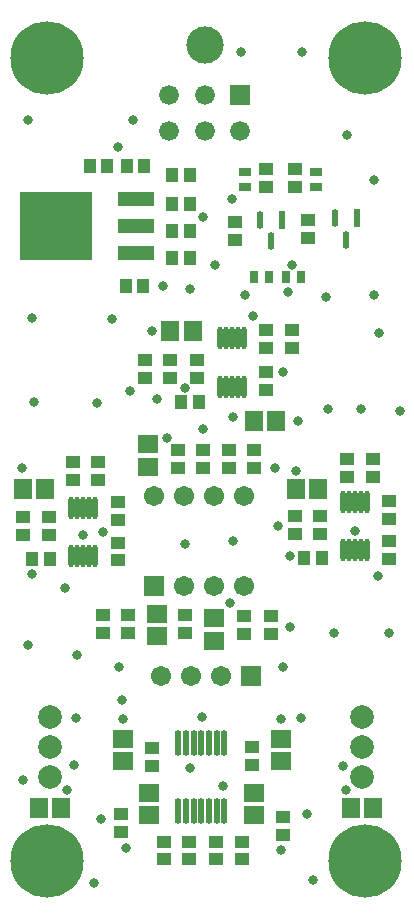
<source format=gts>
G04*
G04 #@! TF.GenerationSoftware,Altium Limited,Altium Designer,23.0.1 (38)*
G04*
G04 Layer_Color=8388736*
%FSLAX44Y44*%
%MOMM*%
G71*
G04*
G04 #@! TF.SameCoordinates,4F8D76B3-19B9-4F14-BD17-49225F6037FE*
G04*
G04*
G04 #@! TF.FilePolarity,Negative*
G04*
G01*
G75*
G04:AMPARAMS|DCode=16|XSize=1.5242mm|YSize=0.578mm|CornerRadius=0.289mm|HoleSize=0mm|Usage=FLASHONLY|Rotation=270.000|XOffset=0mm|YOffset=0mm|HoleType=Round|Shape=RoundedRectangle|*
%AMROUNDEDRECTD16*
21,1,1.5242,0.0000,0,0,270.0*
21,1,0.9463,0.5780,0,0,270.0*
1,1,0.5780,0.0000,-0.4731*
1,1,0.5780,0.0000,0.4731*
1,1,0.5780,0.0000,0.4731*
1,1,0.5780,0.0000,-0.4731*
%
%ADD16ROUNDEDRECTD16*%
%ADD17R,0.5780X1.5242*%
%ADD26R,1.0057X1.3082*%
%ADD28R,1.7032X1.6032*%
%ADD29R,1.2032X1.0032*%
%ADD30R,1.0032X0.8032*%
%ADD31O,0.5032X1.9032*%
%ADD32R,1.6032X1.7032*%
%ADD33R,6.1532X5.7532*%
%ADD34R,3.0532X1.2032*%
%ADD35R,1.0032X1.2032*%
%ADD36O,0.5532X2.2032*%
%ADD37R,0.8032X1.0032*%
%ADD38C,1.7032*%
%ADD39R,1.7032X1.7032*%
%ADD40C,2.0032*%
%ADD41R,1.7032X1.7032*%
%ADD42C,1.6724*%
%ADD43C,3.1524*%
%ADD44R,1.6724X1.6724*%
%ADD45C,6.2032*%
%ADD46C,0.8032*%
D16*
X229870Y564938D02*
D03*
X220370Y583142D02*
D03*
X293370Y566208D02*
D03*
X283870Y584412D02*
D03*
D17*
X239370Y583142D02*
D03*
X302870Y584412D02*
D03*
D26*
X108308Y628650D02*
D03*
X122832D02*
D03*
X91082D02*
D03*
X76558D02*
D03*
X121562Y527050D02*
D03*
X107038D02*
D03*
D28*
X133350Y230530D02*
D03*
Y249530D02*
D03*
X238460Y124910D02*
D03*
Y143910D02*
D03*
X105110Y124910D02*
D03*
Y143910D02*
D03*
X126700Y98190D02*
D03*
Y79190D02*
D03*
X215600Y98190D02*
D03*
Y79190D02*
D03*
X125730Y393040D02*
D03*
Y374040D02*
D03*
X181610Y245720D02*
D03*
Y226720D02*
D03*
D29*
X199390Y581540D02*
D03*
Y566540D02*
D03*
X261620Y582810D02*
D03*
Y567810D02*
D03*
X167640Y449580D02*
D03*
Y464580D02*
D03*
X226060Y490100D02*
D03*
Y475100D02*
D03*
X330200Y330320D02*
D03*
Y345320D02*
D03*
Y296150D02*
D03*
Y311150D02*
D03*
X316230Y365880D02*
D03*
Y380880D02*
D03*
X294640Y365880D02*
D03*
Y380880D02*
D03*
X271780Y332620D02*
D03*
Y317620D02*
D03*
X102870Y64890D02*
D03*
Y79890D02*
D03*
X240030Y62350D02*
D03*
Y77350D02*
D03*
X250190Y625990D02*
D03*
Y610990D02*
D03*
X226060Y625990D02*
D03*
Y610990D02*
D03*
X62230Y363340D02*
D03*
Y378340D02*
D03*
X83820Y363340D02*
D03*
Y378340D02*
D03*
X100330Y309880D02*
D03*
Y294880D02*
D03*
Y344050D02*
D03*
Y329050D02*
D03*
X20320Y331350D02*
D03*
Y316350D02*
D03*
X41910Y331350D02*
D03*
Y316350D02*
D03*
X250190Y332620D02*
D03*
Y317620D02*
D03*
X129240Y135680D02*
D03*
Y120680D02*
D03*
X214330Y136830D02*
D03*
Y121830D02*
D03*
X205440Y56820D02*
D03*
Y41820D02*
D03*
X139400Y56820D02*
D03*
Y41820D02*
D03*
X183850Y56820D02*
D03*
Y41820D02*
D03*
X160990Y56820D02*
D03*
Y41820D02*
D03*
X144780Y464700D02*
D03*
Y449700D02*
D03*
X247650Y474980D02*
D03*
Y489980D02*
D03*
X123190Y464700D02*
D03*
Y449700D02*
D03*
X226060Y454420D02*
D03*
Y439420D02*
D03*
X215900Y388500D02*
D03*
Y373500D02*
D03*
X172720Y388500D02*
D03*
Y373500D02*
D03*
X151130Y388500D02*
D03*
Y373500D02*
D03*
X207010Y247530D02*
D03*
Y232530D02*
D03*
X229870Y247530D02*
D03*
Y232530D02*
D03*
X194310Y388500D02*
D03*
Y373500D02*
D03*
X87630Y233800D02*
D03*
Y248800D02*
D03*
X109220Y248800D02*
D03*
Y233800D02*
D03*
X157480Y248800D02*
D03*
Y233800D02*
D03*
D30*
X208280Y610720D02*
D03*
Y623720D02*
D03*
X267970Y610720D02*
D03*
Y623720D02*
D03*
D31*
X206850Y482780D02*
D03*
X201850D02*
D03*
X196850D02*
D03*
X191850D02*
D03*
X186850D02*
D03*
X206850Y441780D02*
D03*
X201850D02*
D03*
X196850D02*
D03*
X191850D02*
D03*
X186850D02*
D03*
X290990Y303350D02*
D03*
X295990D02*
D03*
X300990D02*
D03*
X305990D02*
D03*
X310990D02*
D03*
X290990Y344350D02*
D03*
X295990D02*
D03*
X300990D02*
D03*
X305990D02*
D03*
X310990D02*
D03*
X61120Y298270D02*
D03*
X66120D02*
D03*
X71120D02*
D03*
X76120D02*
D03*
X81120D02*
D03*
X61120Y339270D02*
D03*
X66120D02*
D03*
X71120D02*
D03*
X76120D02*
D03*
X81120D02*
D03*
D32*
X33680Y85090D02*
D03*
X52680D02*
D03*
X250850Y355600D02*
D03*
X269850D02*
D03*
X215290Y412750D02*
D03*
X234290D02*
D03*
X297840Y85090D02*
D03*
X316840D02*
D03*
X19710Y355600D02*
D03*
X38710D02*
D03*
X144780Y488950D02*
D03*
X163780D02*
D03*
D33*
X48260Y577850D02*
D03*
D34*
X115760Y600750D02*
D03*
Y577850D02*
D03*
Y554950D02*
D03*
D35*
X272930Y297180D02*
D03*
X257930D02*
D03*
X161170Y574040D02*
D03*
X146170D02*
D03*
X43060Y295910D02*
D03*
X28060D02*
D03*
X161170Y596900D02*
D03*
X146170D02*
D03*
X161170Y551180D02*
D03*
X146170D02*
D03*
X161170Y621030D02*
D03*
X146170D02*
D03*
X168790Y429260D02*
D03*
X153790D02*
D03*
D36*
X190650Y140550D02*
D03*
X184150D02*
D03*
X177650D02*
D03*
X171150D02*
D03*
X164650D02*
D03*
X158150D02*
D03*
X151650D02*
D03*
X190650Y82550D02*
D03*
X184150D02*
D03*
X177650D02*
D03*
X171150D02*
D03*
X164650D02*
D03*
X158150D02*
D03*
X151650D02*
D03*
D37*
X228750Y534670D02*
D03*
X215750D02*
D03*
X242420D02*
D03*
X255420D02*
D03*
D38*
X207010Y349250D02*
D03*
X181610D02*
D03*
X156210D02*
D03*
X130810D02*
D03*
X207010Y273050D02*
D03*
X181610D02*
D03*
X156210D02*
D03*
X137160Y196850D02*
D03*
X162560D02*
D03*
X187960D02*
D03*
D39*
X130810Y273050D02*
D03*
D40*
X43180Y111760D02*
D03*
Y137160D02*
D03*
Y162560D02*
D03*
X307340D02*
D03*
Y137160D02*
D03*
Y111760D02*
D03*
D41*
X213360Y196850D02*
D03*
D42*
X143990Y658520D02*
D03*
X173990D02*
D03*
X203990D02*
D03*
X143990Y688520D02*
D03*
X173990D02*
D03*
D43*
Y731520D02*
D03*
D44*
X203990Y688520D02*
D03*
D45*
X310000Y720000D02*
D03*
Y40000D02*
D03*
X40000Y720000D02*
D03*
Y40000D02*
D03*
D46*
X104140Y176530D02*
D03*
X66088Y214630D02*
D03*
X157480Y440690D02*
D03*
X107567Y51382D02*
D03*
X138820Y527050D02*
D03*
X100330Y645160D02*
D03*
X172720Y585470D02*
D03*
X113030Y668020D02*
D03*
X247650Y544830D02*
D03*
X182880D02*
D03*
X244877Y522203D02*
D03*
X208280Y519430D02*
D03*
X317500D02*
D03*
X321310Y487680D02*
D03*
X339090Y421640D02*
D03*
X294640Y655320D02*
D03*
X317500Y617220D02*
D03*
X142240Y398780D02*
D03*
X87900Y318770D02*
D03*
X293465Y100235D02*
D03*
X195580Y259080D02*
D03*
X246380Y298450D02*
D03*
X238760Y49530D02*
D03*
X57706Y100496D02*
D03*
X320246Y281940D02*
D03*
X19050Y373380D02*
D03*
X265430Y24130D02*
D03*
X20320Y109220D02*
D03*
X86360Y76200D02*
D03*
X189230Y104140D02*
D03*
X161290Y119380D02*
D03*
X95250Y499110D02*
D03*
X198120Y416560D02*
D03*
X233680Y373380D02*
D03*
X157480Y308610D02*
D03*
X240030Y204470D02*
D03*
X101600D02*
D03*
X290830Y120650D02*
D03*
X63500Y121920D02*
D03*
X64770Y161290D02*
D03*
X80010Y21590D02*
D03*
X260350Y80010D02*
D03*
X255270Y161290D02*
D03*
X330200Y233680D02*
D03*
X283210D02*
D03*
X24130Y223520D02*
D03*
X55880Y271780D02*
D03*
X198120Y311150D02*
D03*
X82550Y427990D02*
D03*
X306070Y422910D02*
D03*
X278130D02*
D03*
X276860Y518160D02*
D03*
X161680Y524510D02*
D03*
X27940Y500380D02*
D03*
X204470Y725170D02*
D03*
X256540D02*
D03*
X29210Y429260D02*
D03*
X24130Y668020D02*
D03*
X196850Y600710D02*
D03*
X105110Y160990D02*
D03*
X171450Y162560D02*
D03*
X238460Y160990D02*
D03*
X300990Y320040D02*
D03*
X129540Y488950D02*
D03*
X240030Y454660D02*
D03*
X252730Y412750D02*
D03*
X251460Y370840D02*
D03*
X71120Y316230D02*
D03*
X27940Y283210D02*
D03*
X246380Y238760D02*
D03*
X110490Y438150D02*
D03*
X172720Y406400D02*
D03*
X133350Y431800D02*
D03*
X236220Y323850D02*
D03*
X214630Y501650D02*
D03*
M02*

</source>
